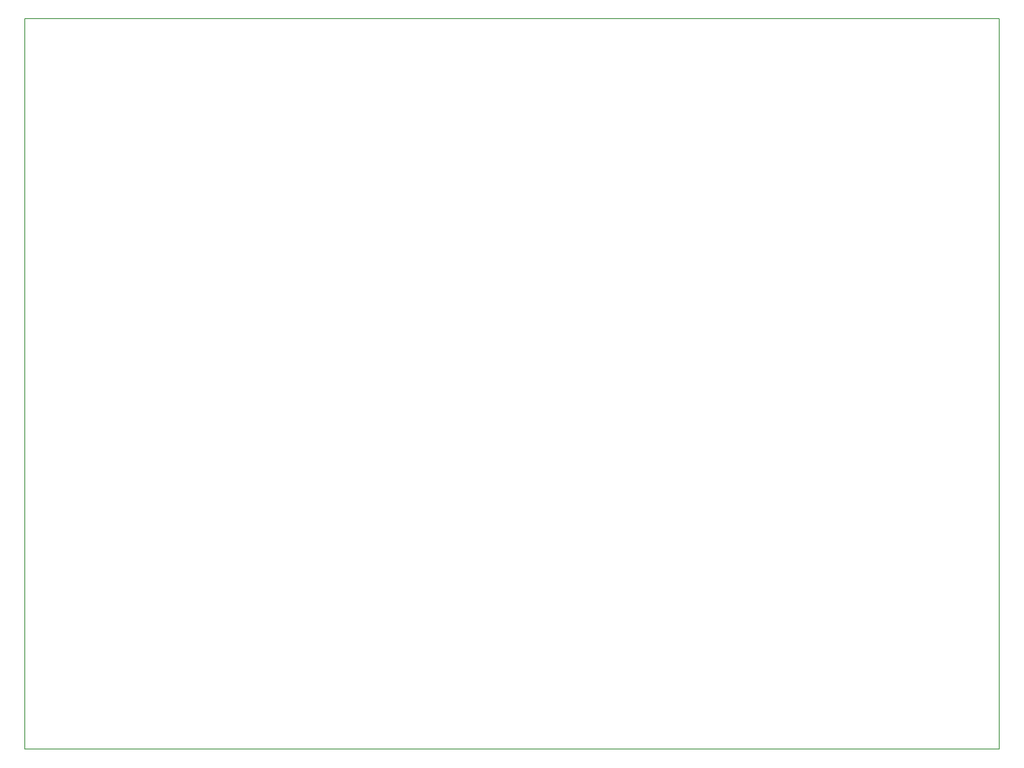
<source format=gm1>
G04 MADE WITH FRITZING*
G04 WWW.FRITZING.ORG*
G04 DOUBLE SIDED*
G04 HOLES PLATED*
G04 CONTOUR ON CENTER OF CONTOUR VECTOR*
%ASAXBY*%
%FSLAX23Y23*%
%MOIN*%
%OFA0B0*%
%SFA1.0B1.0*%
%ADD10R,7.874020X5.905520*%
%ADD11C,0.008000*%
%ADD10C,0.008*%
%LNCONTOUR*%
G90*
G70*
G54D10*
G54D11*
X4Y5902D02*
X7870Y5902D01*
X7870Y4D01*
X4Y4D01*
X4Y5902D01*
D02*
G04 End of contour*
M02*
</source>
